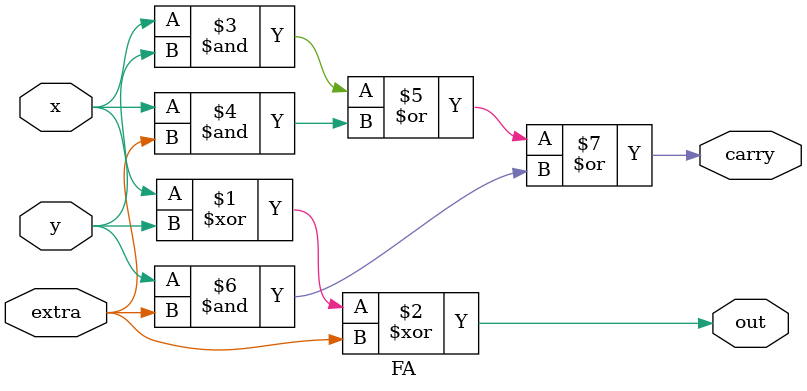
<source format=v>
module p3(SW,LEDR);
	input [8:0]SW;
	output [4:0]LEDR;
	wire c1, c2, c3;
	FA pa1(SW[0],SW[4],SW[8],LEDR[0],c1);
	FA pa2(SW[1],SW[5],c1,LEDR[1],c2);
	FA pa3(SW[2],SW[6],c2,LEDR[2],c3);
	FA pa4(SW[3],SW[7],c3,LEDR[3],LEDR[4]);
endmodule 

module adder4(A, B, cin, s, cout);
	input [3:0]A,B;
	input cin;
	
	output [3:0]s;
	output cout;
	
	wire c1, c2, c3;
	
	FA f0(A[0], B[0], cin, s[0], c1);
	FA f1(A[1], B[1], c1, s[1], c2);
	FA f2(A[2], B[2], c2, s[2], c3);
	FA f3(A[3], B[3], c3, s[3], cout);
endmodule 
	
module FA(x,y,extra,out,carry);
	input x,y,extra;
	output out,carry;
	assign out = x^y^extra;
	assign carry = (x&y|x&extra|y&extra);
endmodule 
</source>
